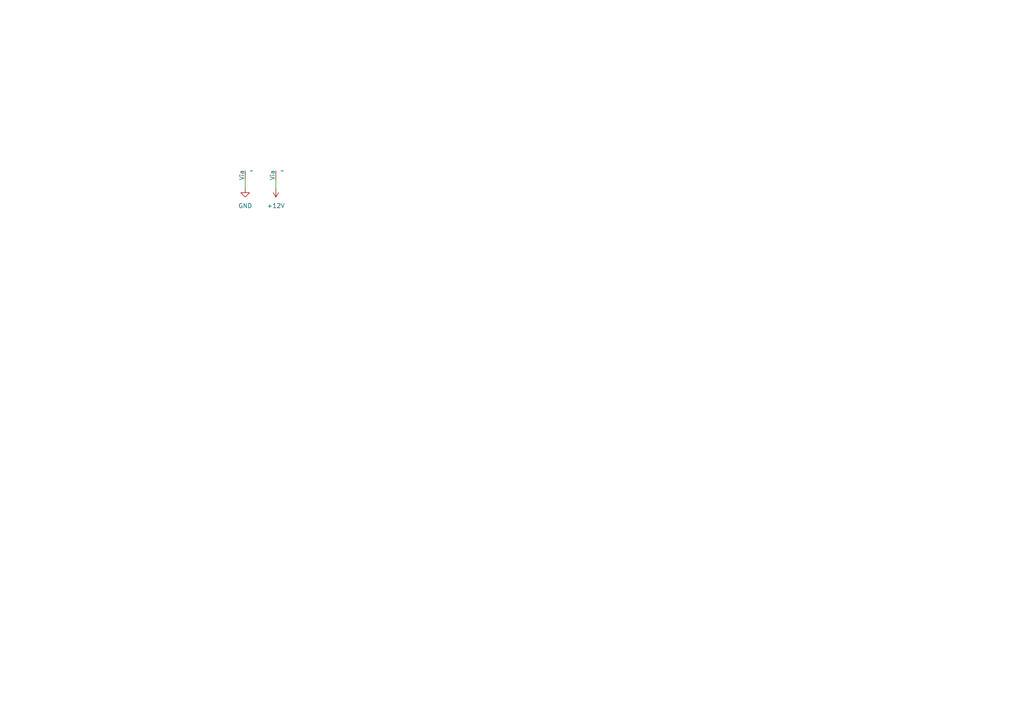
<source format=kicad_sch>
(kicad_sch (version 20231120) (generator "eeschema") (generator_version "8.0")
  (paper "A4")
  (lib_symbols
    (symbol "power:+12V" (power) (pin_numbers hide) (pin_names (offset 0) hide)
      (property "Value" "+12V" (at 0 3.556 0))
      (symbol "+12V_0_1"
        (polyline (pts (xy -0.762 1.27) (xy 0 2.54)))
        (polyline (pts (xy 0 0) (xy 0 2.54)))
        (polyline (pts (xy 0 2.54) (xy 0.762 1.27)))
      )
      (symbol "+12V_1_1"
        (pin power_in line (at 0 0 90) (length 0) (name "~") (number "1"))
      )
    )
    (symbol "power:GND" (power) (pin_numbers hide) (pin_names (offset 0) hide)
      (property "Value" "GND" (at 0 -3.81 0))
      (symbol "GND_0_1"
        (polyline (pts (xy 0 0) (xy 0 -1.27) (xy 1.27 -1.27) (xy 0 -2.54) (xy -1.27 -1.27) (xy 0 -1.27)))
      )
      (symbol "GND_1_1"
        (pin power_in line (at 0 0 270) (length 0) (name "~") (number "1"))
      )
    )
    (symbol "vias:VIA" (pin_numbers hide) (pin_names (offset 0)) (in_bom no)
      (symbol "VIA_1_1"
        (pin passive line (at 0 -1.27 90) (length 2.54) (name "Via") (number "1"))
      )
    )
  )
  (wire (pts (xy 80.01 52.07) (xy 80.01 54.61)))
  (wire (pts (xy 71.12 52.07) (xy 71.12 54.61)))
  (symbol (lib_id "power:GND") (at 71.12 54.61 0) (unit 1)
    (property "Reference" "#PWR019" (effects (hide yes)))
    (property "Value" "GND" (at 71.12 59.69 0))
    (property "Description" "Power symbol creates a global label with name \"GND\" , ground" (effects (hide yes)))
  )
  (symbol (lib_id "vias:VIA") (at 71.12 50.8 0) (unit 1) (in_bom no)
    (property "Reference" "H4" (effects (hide yes)))
    (property "Value" "~" (at 72.39 49.53 0) (effects (justify left)))
    (property "Footprint" "via:Via_0.7x1.5" (effects (hide yes)))
  )
  (symbol (lib_id "vias:VIA") (at 80.01 50.8 0) (unit 1) (in_bom no)
    (property "Reference" "H5" (effects (hide yes)))
    (property "Value" "~" (at 81.28 49.53 0) (effects (justify left)))
    (property "Footprint" "via:Via_0.7x1.5" (effects (hide yes)))
  )
  (symbol (lib_id "power:+12V") (at 80.01 54.61 180) (unit 1)
    (property "Reference" "#PWR020" (effects (hide yes)))
    (property "Value" "+12V" (at 80.01 59.69 0))
    (property "Description" "Power symbol creates a global label with name \"+12V\"" (effects (hide yes)))
  )
)
</source>
